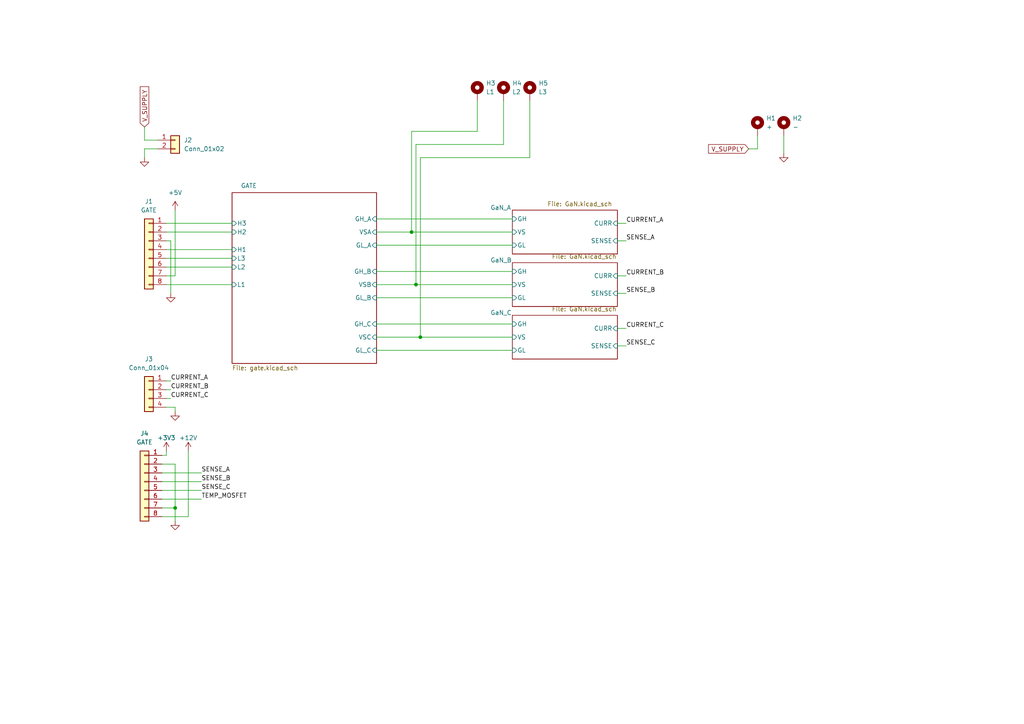
<source format=kicad_sch>
(kicad_sch (version 20211123) (generator eeschema)
  (paper "A4")
  (title_block (title "FROST-ESC") (date "2022-06-24"))
  (lib_symbols
    (symbol "Connector_Generic:Conn_01x02" (pin_names (offset 1.016) hide)
      (property "Reference" "J" (at 0 2.54 0))
      (property "Value" "Conn_01x02" (at 0 -5.08 0))
      (symbol "Conn_01x02_1_1"
        (rectangle (start -1.27 -2.413) (end 0 -2.667) (stroke (width 0.1524)))
        (rectangle (start -1.27 0.127) (end 0 -0.127) (stroke (width 0.1524)))
        (rectangle (start -1.27 1.27) (end 1.27 -3.81) (stroke (width 0.254)) (fill (type background)))
        (pin passive line (at -5.08 0 0) (length 3.81) (name "Pin_1") (number "1"))
        (pin passive line (at -5.08 -2.54 0) (length 3.81) (name "Pin_2") (number "2"))
      )
    )
    (symbol "Connector_Generic:Conn_01x04" (pin_names (offset 1.016) hide)
      (property "Reference" "J" (at 0 5.08 0))
      (property "Value" "Conn_01x04" (at 0 -7.62 0))
      (symbol "Conn_01x04_1_1"
        (rectangle (start -1.27 -4.953) (end 0 -5.207) (stroke (width 0.1524)))
        (rectangle (start -1.27 -2.413) (end 0 -2.667) (stroke (width 0.1524)))
        (rectangle (start -1.27 0.127) (end 0 -0.127) (stroke (width 0.1524)))
        (rectangle (start -1.27 2.667) (end 0 2.413) (stroke (width 0.1524)))
        (rectangle (start -1.27 3.81) (end 1.27 -6.35) (stroke (width 0.254)) (fill (type background)))
        (pin passive line (at -5.08 2.54 0) (length 3.81) (name "Pin_1") (number "1"))
        (pin passive line (at -5.08 0 0) (length 3.81) (name "Pin_2") (number "2"))
        (pin passive line (at -5.08 -2.54 0) (length 3.81) (name "Pin_3") (number "3"))
        (pin passive line (at -5.08 -5.08 0) (length 3.81) (name "Pin_4") (number "4"))
      )
    )
    (symbol "Connector_Generic:Conn_01x08" (pin_names (offset 1.016) hide)
      (property "Reference" "J" (at 0 10.16 0))
      (property "Value" "Conn_01x08" (at 0 -12.7 0))
      (symbol "Conn_01x08_1_1"
        (rectangle (start -1.27 -10.033) (end 0 -10.287) (stroke (width 0.1524)))
        (rectangle (start -1.27 -7.493) (end 0 -7.747) (stroke (width 0.1524)))
        (rectangle (start -1.27 -4.953) (end 0 -5.207) (stroke (width 0.1524)))
        (rectangle (start -1.27 -2.413) (end 0 -2.667) (stroke (width 0.1524)))
        (rectangle (start -1.27 0.127) (end 0 -0.127) (stroke (width 0.1524)))
        (rectangle (start -1.27 2.667) (end 0 2.413) (stroke (width 0.1524)))
        (rectangle (start -1.27 5.207) (end 0 4.953) (stroke (width 0.1524)))
        (rectangle (start -1.27 7.747) (end 0 7.493) (stroke (width 0.1524)))
        (rectangle (start -1.27 8.89) (end 1.27 -11.43) (stroke (width 0.254)) (fill (type background)))
        (pin passive line (at -5.08 7.62 0) (length 3.81) (name "Pin_1") (number "1"))
        (pin passive line (at -5.08 5.08 0) (length 3.81) (name "Pin_2") (number "2"))
        (pin passive line (at -5.08 2.54 0) (length 3.81) (name "Pin_3") (number "3"))
        (pin passive line (at -5.08 0 0) (length 3.81) (name "Pin_4") (number "4"))
        (pin passive line (at -5.08 -2.54 0) (length 3.81) (name "Pin_5") (number "5"))
        (pin passive line (at -5.08 -5.08 0) (length 3.81) (name "Pin_6") (number "6"))
        (pin passive line (at -5.08 -7.62 0) (length 3.81) (name "Pin_7") (number "7"))
        (pin passive line (at -5.08 -10.16 0) (length 3.81) (name "Pin_8") (number "8"))
      )
    )
    (symbol "Mechanical:MountingHole_Pad" (pin_numbers hide) (pin_names (offset 1.016) hide)
      (property "Reference" "H" (at 0 6.35 0))
      (property "Value" "MountingHole_Pad" (at 0 4.445 0))
      (symbol "MountingHole_Pad_0_1"
        (circle (center 0 1.27) (radius 1.27) (stroke (width 1.27)))
      )
      (symbol "MountingHole_Pad_1_1"
        (pin input line (at 0 -2.54 90) (length 2.54) (name "1") (number "1"))
      )
    )
    (symbol "power:+12V" (power) (pin_names (offset 0))
      (property "Value" "+12V" (at 0 3.556 0))
      (symbol "+12V_0_1"
        (polyline (pts (xy -0.762 1.27) (xy 0 2.54)))
        (polyline (pts (xy 0 0) (xy 0 2.54)))
        (polyline (pts (xy 0 2.54) (xy 0.762 1.27)))
      )
      (symbol "+12V_1_1"
        (pin power_in line (at 0 0 90) (length 0) hide (name "+12V") (number "1"))
      )
    )
    (symbol "power:+3V3" (power) (pin_names (offset 0))
      (property "Value" "+3V3" (at 0 3.556 0))
      (symbol "+3V3_0_1"
        (polyline (pts (xy -0.762 1.27) (xy 0 2.54)))
        (polyline (pts (xy 0 0) (xy 0 2.54)))
        (polyline (pts (xy 0 2.54) (xy 0.762 1.27)))
      )
      (symbol "+3V3_1_1"
        (pin power_in line (at 0 0 90) (length 0) hide (name "+3V3") (number "1"))
      )
    )
    (symbol "power:+5V" (power) (pin_names (offset 0))
      (property "Value" "+5V" (at 0 3.556 0))
      (symbol "+5V_0_1"
        (polyline (pts (xy -0.762 1.27) (xy 0 2.54)))
        (polyline (pts (xy 0 0) (xy 0 2.54)))
        (polyline (pts (xy 0 2.54) (xy 0.762 1.27)))
      )
      (symbol "+5V_1_1"
        (pin power_in line (at 0 0 90) (length 0) hide (name "+5V") (number "1"))
      )
    )
    (symbol "power:GND" (power) (pin_names (offset 0))
      (property "Value" "GND" (at 0 -3.81 0))
      (symbol "GND_0_1"
        (polyline (pts (xy 0 0) (xy 0 -1.27) (xy 1.27 -1.27) (xy 0 -2.54) (xy -1.27 -1.27) (xy 0 -1.27)))
      )
      (symbol "GND_1_1"
        (pin power_in line (at 0 0 270) (length 0) hide (name "GND") (number "1"))
      )
    )
  )
  (junction (at 50.8 147.32))
  (junction (at 120.65 82.55))
  (junction (at 119.38 67.31))
  (junction (at 121.92 97.79))
  (wire (pts (xy 121.92 45.72) (xy 121.92 97.79)))
  (wire (pts (xy 48.26 69.85) (xy 49.53 69.85)))
  (wire (pts (xy 109.22 101.6) (xy 148.59 101.6)))
  (wire (pts (xy 50.8 118.11) (xy 50.8 119.38)))
  (wire (pts (xy 120.65 41.91) (xy 120.65 82.55)))
  (wire (pts (xy 48.26 74.93) (xy 67.31 74.93)))
  (wire (pts (xy 109.22 97.79) (xy 121.92 97.79)))
  (wire (pts (xy 45.72 40.64) (xy 41.91 40.64)))
  (wire (pts (xy 109.22 82.55) (xy 120.65 82.55)))
  (wire (pts (xy 120.65 82.55) (xy 148.59 82.55)))
  (wire (pts (xy 119.38 67.31) (xy 148.59 67.31)))
  (wire (pts (xy 48.26 64.77) (xy 67.31 64.77)))
  (wire (pts (xy 146.05 29.21) (xy 146.05 41.91)))
  (wire (pts (xy 48.26 67.31) (xy 67.31 67.31)))
  (wire (pts (xy 46.99 142.24) (xy 58.42 142.24)))
  (wire (pts (xy 48.26 82.55) (xy 67.31 82.55)))
  (wire (pts (xy 48.26 118.11) (xy 50.8 118.11)))
  (wire (pts (xy 50.8 134.62) (xy 50.8 147.32)))
  (wire (pts (xy 54.61 149.86) (xy 54.61 130.81)))
  (wire (pts (xy 179.07 85.09) (xy 181.61 85.09)))
  (wire (pts (xy 179.07 100.33) (xy 181.61 100.33)))
  (wire (pts (xy 109.22 93.98) (xy 148.59 93.98)))
  (wire (pts (xy 48.26 80.01) (xy 50.8 80.01)))
  (wire (pts (xy 146.05 41.91) (xy 120.65 41.91)))
  (wire (pts (xy 46.99 149.86) (xy 54.61 149.86)))
  (wire (pts (xy 46.99 137.16) (xy 58.42 137.16)))
  (wire (pts (xy 179.07 64.77) (xy 181.61 64.77)))
  (wire (pts (xy 227.33 39.37) (xy 227.33 44.45)))
  (wire (pts (xy 45.72 43.18) (xy 41.91 43.18)))
  (wire (pts (xy 48.26 72.39) (xy 67.31 72.39)))
  (wire (pts (xy 41.91 43.18) (xy 41.91 45.72)))
  (wire (pts (xy 48.26 77.47) (xy 67.31 77.47)))
  (wire (pts (xy 109.22 78.74) (xy 148.59 78.74)))
  (wire (pts (xy 46.99 144.78) (xy 58.42 144.78)))
  (wire (pts (xy 153.67 45.72) (xy 121.92 45.72)))
  (wire (pts (xy 48.26 115.57) (xy 49.53 115.57)))
  (wire (pts (xy 48.26 113.03) (xy 49.53 113.03)))
  (wire (pts (xy 46.99 134.62) (xy 50.8 134.62)))
  (wire (pts (xy 219.71 39.37) (xy 219.71 43.18)))
  (wire (pts (xy 138.43 38.1) (xy 119.38 38.1)))
  (wire (pts (xy 179.07 80.01) (xy 181.61 80.01)))
  (wire (pts (xy 46.99 132.08) (xy 48.26 132.08)))
  (wire (pts (xy 109.22 71.12) (xy 148.59 71.12)))
  (wire (pts (xy 119.38 38.1) (xy 119.38 67.31)))
  (wire (pts (xy 46.99 147.32) (xy 50.8 147.32)))
  (wire (pts (xy 138.43 29.21) (xy 138.43 38.1)))
  (wire (pts (xy 50.8 80.01) (xy 50.8 60.96)))
  (wire (pts (xy 49.53 69.85) (xy 49.53 85.09)))
  (wire (pts (xy 109.22 67.31) (xy 119.38 67.31)))
  (wire (pts (xy 50.8 147.32) (xy 50.8 151.13)))
  (wire (pts (xy 48.26 132.08) (xy 48.26 130.81)))
  (wire (pts (xy 48.26 110.49) (xy 49.53 110.49)))
  (wire (pts (xy 121.92 97.79) (xy 148.59 97.79)))
  (wire (pts (xy 179.07 95.25) (xy 181.61 95.25)))
  (wire (pts (xy 109.22 63.5) (xy 148.59 63.5)))
  (wire (pts (xy 179.07 69.85) (xy 181.61 69.85)))
  (wire (pts (xy 219.71 43.18) (xy 217.17 43.18)))
  (wire (pts (xy 109.22 86.36) (xy 148.59 86.36)))
  (wire (pts (xy 153.67 29.21) (xy 153.67 45.72)))
  (wire (pts (xy 46.99 139.7) (xy 58.42 139.7)))
  (wire (pts (xy 41.91 40.64) (xy 41.91 36.83)))
  (label "CURRENT_B" (at 49.53 113.03 0))
  (label "SENSE_A" (at 181.61 69.85 0))
  (label "CURRENT_B" (at 181.61 80.01 0))
  (label "SENSE_A" (at 58.42 137.16 0))
  (label "CURRENT_C" (at 49.53 115.57 0))
  (label "SENSE_B" (at 58.42 139.7 0))
  (label "SENSE_B" (at 181.61 85.09 0))
  (label "SENSE_C" (at 181.61 100.33 0))
  (label "CURRENT_A" (at 181.61 64.77 0))
  (label "CURRENT_C" (at 181.61 95.25 0))
  (label "SENSE_C" (at 58.42 142.24 0))
  (label "TEMP_MOSFET" (at 58.42 144.78 0))
  (label "CURRENT_A" (at 49.53 110.49 0))
  (global_label "V_SUPPLY" (shape input) (at 217.17 43.18 180) (property "Intersheet References" "${INTERSHEET_REFS}" (effects hide)))
  (global_label "V_SUPPLY" (shape input) (at 41.91 36.83 90) (property "Intersheet References" "${INTERSHEET_REFS}" (effects hide)))
  (symbol (lib_id "Connector_Generic:Conn_01x04") (at 43.18 113.03 0) (mirror y) (unit 1)
    (property "Reference" "J3" (at 43.18 104.14 0))
    (property "Value" "Conn_01x04" (at 43.18 106.68 0))
    (property "Footprint" "Connector_PinHeader_2.54mm:PinHeader_2x02_P2.54mm_Vertical" (effects hide))
  )
  (symbol (lib_id "Mechanical:MountingHole_Pad") (at 227.33 36.83 0) (unit 1)
    (property "Reference" "H2" (at 229.87 34.2899 0) (effects (justify left)))
    (property "Value" "-" (at 229.87 36.8299 0) (effects (justify left)))
    (property "Footprint" "Connector_Wire:SolderWire-1.5sqmm_1x01_D1.7mm_OD3mm" (effects hide))
  )
  (symbol (lib_id "Connector_Generic:Conn_01x08") (at 41.91 139.7 0) (mirror y) (unit 1)
    (property "Reference" "J4" (at 41.91 125.73 0))
    (property "Value" "GATE" (at 41.91 128.27 0))
    (property "Footprint" "Connector_PinHeader_2.54mm:PinHeader_2x04_P2.54mm_Vertical" (effects hide))
  )
  (symbol (lib_id "power:+3V3") (at 48.26 130.81 0) (unit 1)
    (property "Reference" "#PWR0111" (effects hide))
    (property "Value" "+3V3" (at 48.26 127 0))
  )
  (symbol (lib_id "power:GND") (at 227.33 44.45 0) (unit 1)
    (property "Reference" "#PWR0105" (effects hide))
    (property "Value" "GND" (effects hide))
  )
  (symbol (lib_id "Mechanical:MountingHole_Pad") (at 138.43 26.67 0) (unit 1)
    (property "Reference" "H3" (at 140.97 24.1299 0) (effects (justify left)))
    (property "Value" "L1" (at 140.97 26.6699 0) (effects (justify left)))
    (property "Footprint" "Connector_Wire:SolderWire-1.5sqmm_1x01_D1.7mm_OD3mm" (effects hide))
  )
  (symbol (lib_id "Mechanical:MountingHole_Pad") (at 153.67 26.67 0) (unit 1)
    (property "Reference" "H5" (at 156.21 24.1299 0) (effects (justify left)))
    (property "Value" "L3" (at 156.21 26.6699 0) (effects (justify left)))
    (property "Footprint" "Connector_Wire:SolderWire-1.5sqmm_1x01_D1.7mm_OD3mm" (effects hide))
  )
  (symbol (lib_id "Connector_Generic:Conn_01x08") (at 43.18 72.39 0) (mirror y) (unit 1)
    (property "Reference" "J1" (at 43.18 58.42 0))
    (property "Value" "GATE" (at 43.18 60.96 0))
    (property "Footprint" "Connector_PinHeader_2.54mm:PinHeader_2x04_P2.54mm_Vertical" (effects hide))
  )
  (symbol (lib_id "power:GND") (at 50.8 151.13 0) (unit 1)
    (property "Reference" "#PWR0106" (effects hide))
    (property "Value" "GND" (effects hide))
  )
  (symbol (lib_id "Mechanical:MountingHole_Pad") (at 146.05 26.67 0) (unit 1)
    (property "Reference" "H4" (at 148.59 24.1299 0) (effects (justify left)))
    (property "Value" "L2" (at 148.59 26.6699 0) (effects (justify left)))
    (property "Footprint" "Connector_Wire:SolderWire-1.5sqmm_1x01_D1.7mm_OD3mm" (effects hide))
  )
  (symbol (lib_id "power:GND") (at 49.53 85.09 0) (unit 1)
    (property "Reference" "#PWR0102" (effects hide))
    (property "Value" "GND" (effects hide))
  )
  (symbol (lib_id "power:GND") (at 50.8 119.38 0) (unit 1)
    (property "Reference" "#PWR0104" (effects hide))
    (property "Value" "GND" (effects hide))
  )
  (symbol (lib_id "Connector_Generic:Conn_01x02") (at 50.8 40.64 0) (unit 1)
    (property "Reference" "J2" (at 53.34 40.6399 0) (effects (justify left)))
    (property "Value" "Conn_01x02" (at 53.34 43.1799 0) (effects (justify left)))
    (property "Footprint" "Connector_PinHeader_2.54mm:PinHeader_1x02_P2.54mm_Vertical" (effects hide))
  )
  (symbol (lib_id "power:GND") (at 41.91 45.72 0) (unit 1)
    (property "Reference" "#PWR0103" (effects hide))
    (property "Value" "GND" (effects hide))
  )
  (symbol (lib_id "Mechanical:MountingHole_Pad") (at 219.71 36.83 0) (unit 1)
    (property "Reference" "H1" (at 222.25 34.2899 0) (effects (justify left)))
    (property "Value" "+" (at 222.25 36.8299 0) (effects (justify left)))
    (property "Footprint" "Connector_Wire:SolderWire-1.5sqmm_1x01_D1.7mm_OD3mm" (effects hide))
  )
  (symbol (lib_id "power:+5V") (at 50.8 60.96 0) (unit 1)
    (property "Reference" "#PWR0110" (effects hide))
    (property "Value" "+5V" (at 50.8 55.88 0))
  )
  (symbol (lib_id "power:+12V") (at 54.61 130.81 0) (unit 1)
    (property "Reference" "#PWR0101" (effects hide))
    (property "Value" "+12V" (at 54.61 127 0))
  )
  (sheet (at 148.59 91.44) (size 30.48 12.7) (stroke (width 0.1524))
    (property "Sheet name" "GaN_C" (at 142.24 91.44 0) (effects (justify left bottom)))
    (property "Sheet file" "GaN.kicad_sch" (at 160.02 88.9 0) (effects (justify left top)))
    (pin "GH" input (at 148.59 93.98 180))
    (pin "SENSE" input (at 179.07 100.33 0))
    (pin "VS" input (at 148.59 97.79 180))
    (pin "GL" input (at 148.59 101.6 180))
    (pin "CURR" input (at 179.07 95.25 0))
  )
  (sheet (at 67.31 55.88) (size 41.91 49.53) (stroke (width 0.1524))
    (property "Sheet name" "GATE" (at 69.85 54.61 0) (effects (justify left bottom)))
    (property "Sheet file" "gate.kicad_sch" (at 67.31 105.9946 0) (effects (justify left top)))
    (pin "L2" input (at 67.31 77.47 180))
    (pin "H2" input (at 67.31 67.31 180))
    (pin "L1" input (at 67.31 82.55 180))
    (pin "H1" input (at 67.31 72.39 180))
    (pin "GH_A" input (at 109.22 63.5 0))
    (pin "GL_A" input (at 109.22 71.12 0))
    (pin "VSA" input (at 109.22 67.31 0))
    (pin "GH_B" input (at 109.22 78.74 0))
    (pin "GL_B" input (at 109.22 86.36 0))
    (pin "VSB" input (at 109.22 82.55 0))
    (pin "L3" input (at 67.31 74.93 180))
    (pin "H3" input (at 67.31 64.77 180))
    (pin "GH_C" input (at 109.22 93.98 0))
    (pin "GL_C" input (at 109.22 101.6 0))
    (pin "VSC" input (at 109.22 97.79 0))
  )
  (sheet (at 148.59 60.96) (size 30.48 12.7) (stroke (width 0.1524))
    (property "Sheet name" "GaN_A" (at 142.24 60.96 0) (effects (justify left bottom)))
    (property "Sheet file" "GaN.kicad_sch" (at 158.75 58.42 0) (effects (justify left top)))
    (pin "GH" input (at 148.59 63.5 180))
    (pin "SENSE" input (at 179.07 69.85 0))
    (pin "VS" input (at 148.59 67.31 180))
    (pin "GL" input (at 148.59 71.12 180))
    (pin "CURR" input (at 179.07 64.77 0))
  )
  (sheet (at 148.59 76.2) (size 30.48 12.7) (stroke (width 0.1524))
    (property "Sheet name" "GaN_B" (at 142.24 76.2 0) (effects (justify left bottom)))
    (property "Sheet file" "GaN.kicad_sch" (at 160.02 73.66 0) (effects (justify left top)))
    (pin "GH" input (at 148.59 78.74 180))
    (pin "SENSE" input (at 179.07 85.09 0))
    (pin "VS" input (at 148.59 82.55 180))
    (pin "GL" input (at 148.59 86.36 180))
    (pin "CURR" input (at 179.07 80.01 0))
  )
)
</source>
